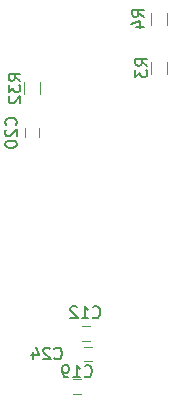
<source format=gbr>
G04 #@! TF.GenerationSoftware,KiCad,Pcbnew,5.0.2-bee76a0~70~ubuntu18.04.1*
G04 #@! TF.CreationDate,2019-01-02T21:11:22-05:00*
G04 #@! TF.ProjectId,stm32 prototype,73746d33-3220-4707-926f-746f74797065,rev?*
G04 #@! TF.SameCoordinates,Original*
G04 #@! TF.FileFunction,Legend,Bot*
G04 #@! TF.FilePolarity,Positive*
%FSLAX46Y46*%
G04 Gerber Fmt 4.6, Leading zero omitted, Abs format (unit mm)*
G04 Created by KiCad (PCBNEW 5.0.2-bee76a0~70~ubuntu18.04.1) date Wed 02 Jan 2019 09:11:22 PM EST*
%MOMM*%
%LPD*%
G01*
G04 APERTURE LIST*
%ADD10C,0.120000*%
%ADD11C,0.150000*%
G04 APERTURE END LIST*
D10*
G04 #@! TO.C,C12*
X174150000Y-78900000D02*
X173450000Y-78900000D01*
X173450000Y-80100000D02*
X174150000Y-80100000D01*
G04 #@! TO.C,C19*
X173400000Y-83400000D02*
X172700000Y-83400000D01*
X172700000Y-84600000D02*
X173400000Y-84600000D01*
G04 #@! TO.C,C20*
X169850000Y-62850000D02*
X169850000Y-62150000D01*
X168650000Y-62150000D02*
X168650000Y-62850000D01*
G04 #@! TO.C,C24*
X174300000Y-80650000D02*
X173600000Y-80650000D01*
X173600000Y-81850000D02*
X174300000Y-81850000D01*
G04 #@! TO.C,R3*
X180680000Y-57500000D02*
X180680000Y-56500000D01*
X179320000Y-56500000D02*
X179320000Y-57500000D01*
G04 #@! TO.C,R4*
X180680000Y-53350000D02*
X180680000Y-52350000D01*
X179320000Y-52350000D02*
X179320000Y-53350000D01*
G04 #@! TO.C,R32*
X168570000Y-58250000D02*
X168570000Y-59250000D01*
X169930000Y-59250000D02*
X169930000Y-58250000D01*
G04 #@! TO.C,C12*
D11*
X174392857Y-78107142D02*
X174440476Y-78154761D01*
X174583333Y-78202380D01*
X174678571Y-78202380D01*
X174821428Y-78154761D01*
X174916666Y-78059523D01*
X174964285Y-77964285D01*
X175011904Y-77773809D01*
X175011904Y-77630952D01*
X174964285Y-77440476D01*
X174916666Y-77345238D01*
X174821428Y-77250000D01*
X174678571Y-77202380D01*
X174583333Y-77202380D01*
X174440476Y-77250000D01*
X174392857Y-77297619D01*
X173440476Y-78202380D02*
X174011904Y-78202380D01*
X173726190Y-78202380D02*
X173726190Y-77202380D01*
X173821428Y-77345238D01*
X173916666Y-77440476D01*
X174011904Y-77488095D01*
X173059523Y-77297619D02*
X173011904Y-77250000D01*
X172916666Y-77202380D01*
X172678571Y-77202380D01*
X172583333Y-77250000D01*
X172535714Y-77297619D01*
X172488095Y-77392857D01*
X172488095Y-77488095D01*
X172535714Y-77630952D01*
X173107142Y-78202380D01*
X172488095Y-78202380D01*
G04 #@! TO.C,C19*
X173692857Y-83107142D02*
X173740476Y-83154761D01*
X173883333Y-83202380D01*
X173978571Y-83202380D01*
X174121428Y-83154761D01*
X174216666Y-83059523D01*
X174264285Y-82964285D01*
X174311904Y-82773809D01*
X174311904Y-82630952D01*
X174264285Y-82440476D01*
X174216666Y-82345238D01*
X174121428Y-82250000D01*
X173978571Y-82202380D01*
X173883333Y-82202380D01*
X173740476Y-82250000D01*
X173692857Y-82297619D01*
X172740476Y-83202380D02*
X173311904Y-83202380D01*
X173026190Y-83202380D02*
X173026190Y-82202380D01*
X173121428Y-82345238D01*
X173216666Y-82440476D01*
X173311904Y-82488095D01*
X172264285Y-83202380D02*
X172073809Y-83202380D01*
X171978571Y-83154761D01*
X171930952Y-83107142D01*
X171835714Y-82964285D01*
X171788095Y-82773809D01*
X171788095Y-82392857D01*
X171835714Y-82297619D01*
X171883333Y-82250000D01*
X171978571Y-82202380D01*
X172169047Y-82202380D01*
X172264285Y-82250000D01*
X172311904Y-82297619D01*
X172359523Y-82392857D01*
X172359523Y-82630952D01*
X172311904Y-82726190D01*
X172264285Y-82773809D01*
X172169047Y-82821428D01*
X171978571Y-82821428D01*
X171883333Y-82773809D01*
X171835714Y-82726190D01*
X171788095Y-82630952D01*
G04 #@! TO.C,C20*
X167857142Y-61857142D02*
X167904761Y-61809523D01*
X167952380Y-61666666D01*
X167952380Y-61571428D01*
X167904761Y-61428571D01*
X167809523Y-61333333D01*
X167714285Y-61285714D01*
X167523809Y-61238095D01*
X167380952Y-61238095D01*
X167190476Y-61285714D01*
X167095238Y-61333333D01*
X167000000Y-61428571D01*
X166952380Y-61571428D01*
X166952380Y-61666666D01*
X167000000Y-61809523D01*
X167047619Y-61857142D01*
X167047619Y-62238095D02*
X167000000Y-62285714D01*
X166952380Y-62380952D01*
X166952380Y-62619047D01*
X167000000Y-62714285D01*
X167047619Y-62761904D01*
X167142857Y-62809523D01*
X167238095Y-62809523D01*
X167380952Y-62761904D01*
X167952380Y-62190476D01*
X167952380Y-62809523D01*
X166952380Y-63428571D02*
X166952380Y-63523809D01*
X167000000Y-63619047D01*
X167047619Y-63666666D01*
X167142857Y-63714285D01*
X167333333Y-63761904D01*
X167571428Y-63761904D01*
X167761904Y-63714285D01*
X167857142Y-63666666D01*
X167904761Y-63619047D01*
X167952380Y-63523809D01*
X167952380Y-63428571D01*
X167904761Y-63333333D01*
X167857142Y-63285714D01*
X167761904Y-63238095D01*
X167571428Y-63190476D01*
X167333333Y-63190476D01*
X167142857Y-63238095D01*
X167047619Y-63285714D01*
X167000000Y-63333333D01*
X166952380Y-63428571D01*
G04 #@! TO.C,C24*
X171142857Y-81607142D02*
X171190476Y-81654761D01*
X171333333Y-81702380D01*
X171428571Y-81702380D01*
X171571428Y-81654761D01*
X171666666Y-81559523D01*
X171714285Y-81464285D01*
X171761904Y-81273809D01*
X171761904Y-81130952D01*
X171714285Y-80940476D01*
X171666666Y-80845238D01*
X171571428Y-80750000D01*
X171428571Y-80702380D01*
X171333333Y-80702380D01*
X171190476Y-80750000D01*
X171142857Y-80797619D01*
X170761904Y-80797619D02*
X170714285Y-80750000D01*
X170619047Y-80702380D01*
X170380952Y-80702380D01*
X170285714Y-80750000D01*
X170238095Y-80797619D01*
X170190476Y-80892857D01*
X170190476Y-80988095D01*
X170238095Y-81130952D01*
X170809523Y-81702380D01*
X170190476Y-81702380D01*
X169333333Y-81035714D02*
X169333333Y-81702380D01*
X169571428Y-80654761D02*
X169809523Y-81369047D01*
X169190476Y-81369047D01*
G04 #@! TO.C,R3*
X179002380Y-56833333D02*
X178526190Y-56500000D01*
X179002380Y-56261904D02*
X178002380Y-56261904D01*
X178002380Y-56642857D01*
X178050000Y-56738095D01*
X178097619Y-56785714D01*
X178192857Y-56833333D01*
X178335714Y-56833333D01*
X178430952Y-56785714D01*
X178478571Y-56738095D01*
X178526190Y-56642857D01*
X178526190Y-56261904D01*
X178002380Y-57166666D02*
X178002380Y-57785714D01*
X178383333Y-57452380D01*
X178383333Y-57595238D01*
X178430952Y-57690476D01*
X178478571Y-57738095D01*
X178573809Y-57785714D01*
X178811904Y-57785714D01*
X178907142Y-57738095D01*
X178954761Y-57690476D01*
X179002380Y-57595238D01*
X179002380Y-57309523D01*
X178954761Y-57214285D01*
X178907142Y-57166666D01*
G04 #@! TO.C,R4*
X178702380Y-52683333D02*
X178226190Y-52350000D01*
X178702380Y-52111904D02*
X177702380Y-52111904D01*
X177702380Y-52492857D01*
X177750000Y-52588095D01*
X177797619Y-52635714D01*
X177892857Y-52683333D01*
X178035714Y-52683333D01*
X178130952Y-52635714D01*
X178178571Y-52588095D01*
X178226190Y-52492857D01*
X178226190Y-52111904D01*
X178035714Y-53540476D02*
X178702380Y-53540476D01*
X177654761Y-53302380D02*
X178369047Y-53064285D01*
X178369047Y-53683333D01*
G04 #@! TO.C,R32*
X168252380Y-58107142D02*
X167776190Y-57773809D01*
X168252380Y-57535714D02*
X167252380Y-57535714D01*
X167252380Y-57916666D01*
X167300000Y-58011904D01*
X167347619Y-58059523D01*
X167442857Y-58107142D01*
X167585714Y-58107142D01*
X167680952Y-58059523D01*
X167728571Y-58011904D01*
X167776190Y-57916666D01*
X167776190Y-57535714D01*
X167252380Y-58440476D02*
X167252380Y-59059523D01*
X167633333Y-58726190D01*
X167633333Y-58869047D01*
X167680952Y-58964285D01*
X167728571Y-59011904D01*
X167823809Y-59059523D01*
X168061904Y-59059523D01*
X168157142Y-59011904D01*
X168204761Y-58964285D01*
X168252380Y-58869047D01*
X168252380Y-58583333D01*
X168204761Y-58488095D01*
X168157142Y-58440476D01*
X167347619Y-59440476D02*
X167300000Y-59488095D01*
X167252380Y-59583333D01*
X167252380Y-59821428D01*
X167300000Y-59916666D01*
X167347619Y-59964285D01*
X167442857Y-60011904D01*
X167538095Y-60011904D01*
X167680952Y-59964285D01*
X168252380Y-59392857D01*
X168252380Y-60011904D01*
G04 #@! TD*
M02*

</source>
